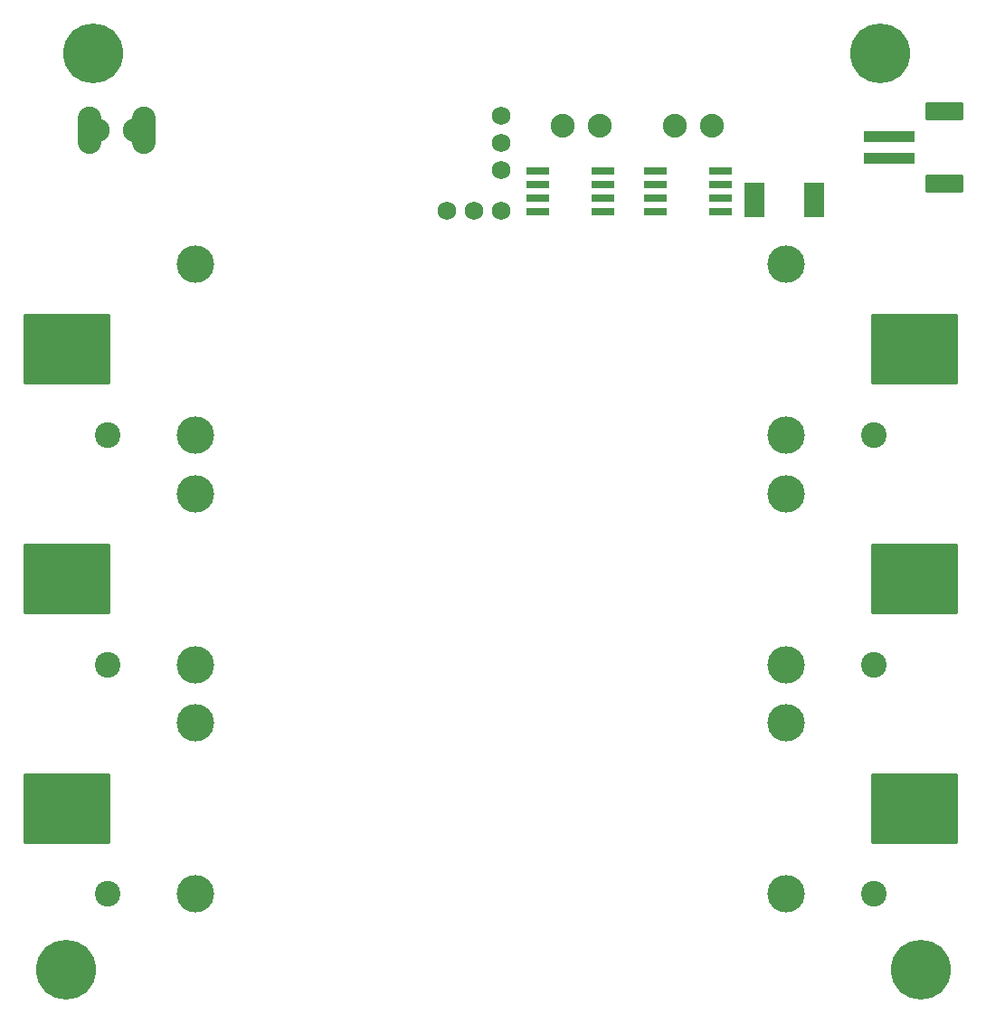
<source format=gbr>
%TF.GenerationSoftware,KiCad,Pcbnew,(6.0.2)*%
%TF.CreationDate,2022-05-05T15:15:48-07:00*%
%TF.ProjectId,Bat_Board_v3.104,4261745f-426f-4617-9264-5f76332e3130,rev?*%
%TF.SameCoordinates,Original*%
%TF.FileFunction,Soldermask,Bot*%
%TF.FilePolarity,Negative*%
%FSLAX46Y46*%
G04 Gerber Fmt 4.6, Leading zero omitted, Abs format (unit mm)*
G04 Created by KiCad (PCBNEW (6.0.2)) date 2022-05-05 15:15:48*
%MOMM*%
%LPD*%
G01*
G04 APERTURE LIST*
G04 Aperture macros list*
%AMRoundRect*
0 Rectangle with rounded corners*
0 $1 Rounding radius*
0 $2 $3 $4 $5 $6 $7 $8 $9 X,Y pos of 4 corners*
0 Add a 4 corners polygon primitive as box body*
4,1,4,$2,$3,$4,$5,$6,$7,$8,$9,$2,$3,0*
0 Add four circle primitives for the rounded corners*
1,1,$1+$1,$2,$3*
1,1,$1+$1,$4,$5*
1,1,$1+$1,$6,$7*
1,1,$1+$1,$8,$9*
0 Add four rect primitives between the rounded corners*
20,1,$1+$1,$2,$3,$4,$5,0*
20,1,$1+$1,$4,$5,$6,$7,0*
20,1,$1+$1,$6,$7,$8,$9,0*
20,1,$1+$1,$8,$9,$2,$3,0*%
G04 Aperture macros list end*
%ADD10C,5.600000*%
%ADD11C,2.235200*%
%ADD12C,3.500000*%
%ADD13C,2.400000*%
%ADD14O,2.235200X4.419600*%
%ADD15C,1.727200*%
%ADD16RoundRect,0.025400X4.000000X3.250000X-4.000000X3.250000X-4.000000X-3.250000X4.000000X-3.250000X0*%
%ADD17RoundRect,0.025400X1.016000X-0.330200X1.016000X0.330200X-1.016000X0.330200X-1.016000X-0.330200X0*%
%ADD18RoundRect,0.025400X-1.016000X0.330200X-1.016000X-0.330200X1.016000X-0.330200X1.016000X0.330200X0*%
%ADD19RoundRect,0.025400X0.889000X1.587500X-0.889000X1.587500X-0.889000X-1.587500X0.889000X-1.587500X0*%
%ADD20RoundRect,0.025400X2.300000X-0.500000X2.300000X0.500000X-2.300000X0.500000X-2.300000X-0.500000X0*%
%ADD21RoundRect,0.025400X-1.700000X-0.800000X1.700000X-0.800000X1.700000X0.800000X-1.700000X0.800000X0*%
G04 APERTURE END LIST*
D10*
%TO.C,*%
X183426100Y-143294100D03*
%TD*%
D11*
%TO.C,J2*%
X149894000Y-64324400D03*
X153394000Y-64324400D03*
%TD*%
D10*
%TO.C,*%
X103426100Y-143294100D03*
%TD*%
%TO.C,*%
X105966100Y-57569100D03*
%TD*%
D11*
%TO.C,J1*%
X160394000Y-64324400D03*
X163894000Y-64324400D03*
%TD*%
D12*
%TO.C,BAT6*%
X170816500Y-120223400D03*
D13*
X179033400Y-136225400D03*
D12*
X115571500Y-136225400D03*
%TD*%
D10*
%TO.C,*%
X179626100Y-57569100D03*
%TD*%
D14*
%TO.C,J5*%
X105654000Y-64724400D03*
X110734000Y-64724400D03*
%TD*%
D15*
%TO.C,JP2*%
X139114000Y-72304400D03*
X141654000Y-72304400D03*
X144194000Y-72304400D03*
%TD*%
%TO.C,JP1*%
X144194000Y-68494400D03*
X144194000Y-65954400D03*
X144194000Y-63414400D03*
%TD*%
D11*
%TO.C,J6*%
X106394000Y-64724400D03*
X109894000Y-64724400D03*
%TD*%
D12*
%TO.C,BAT4*%
X115571500Y-93225400D03*
D13*
X179033400Y-93225400D03*
D12*
X170816500Y-77223400D03*
%TD*%
D13*
%TO.C,BAT5*%
X179033400Y-114725400D03*
D12*
X170816500Y-98723400D03*
X115571500Y-114725400D03*
%TD*%
%TO.C,BAT3*%
X170816500Y-136225400D03*
X115571500Y-120223400D03*
D13*
X107354600Y-136225400D03*
D16*
X182894000Y-128224400D03*
X103494000Y-128224400D03*
%TD*%
D17*
%TO.C,Q4*%
X147620600Y-72379400D03*
X147620600Y-71109400D03*
X147620600Y-69839400D03*
X147620600Y-68569400D03*
X153767400Y-68569400D03*
X153767400Y-69839400D03*
X153767400Y-71109400D03*
X153767400Y-72379400D03*
%TD*%
D12*
%TO.C,BAT2*%
X170816500Y-114725400D03*
D13*
X107354600Y-114725400D03*
D12*
X115571500Y-98723400D03*
D16*
X182894000Y-106724400D03*
X103494000Y-106724400D03*
%TD*%
D18*
%TO.C,Q3*%
X164767400Y-68569400D03*
X164767400Y-69839400D03*
X164767400Y-71109400D03*
X164767400Y-72379400D03*
X158620600Y-72379400D03*
X158620600Y-71109400D03*
X158620600Y-69839400D03*
X158620600Y-68569400D03*
%TD*%
D19*
%TO.C,R8*%
X173488000Y-71224400D03*
X167900000Y-71224400D03*
%TD*%
D13*
%TO.C,BAT1*%
X107354600Y-93225400D03*
D12*
X170816500Y-93225400D03*
X115571500Y-77223400D03*
D16*
X182894000Y-85224400D03*
X103494000Y-85224400D03*
%TD*%
D20*
%TO.C,J4*%
X180480007Y-65310005D03*
X180480007Y-67310005D03*
D21*
X185680000Y-69710000D03*
X185680000Y-62910014D03*
%TD*%
M02*

</source>
